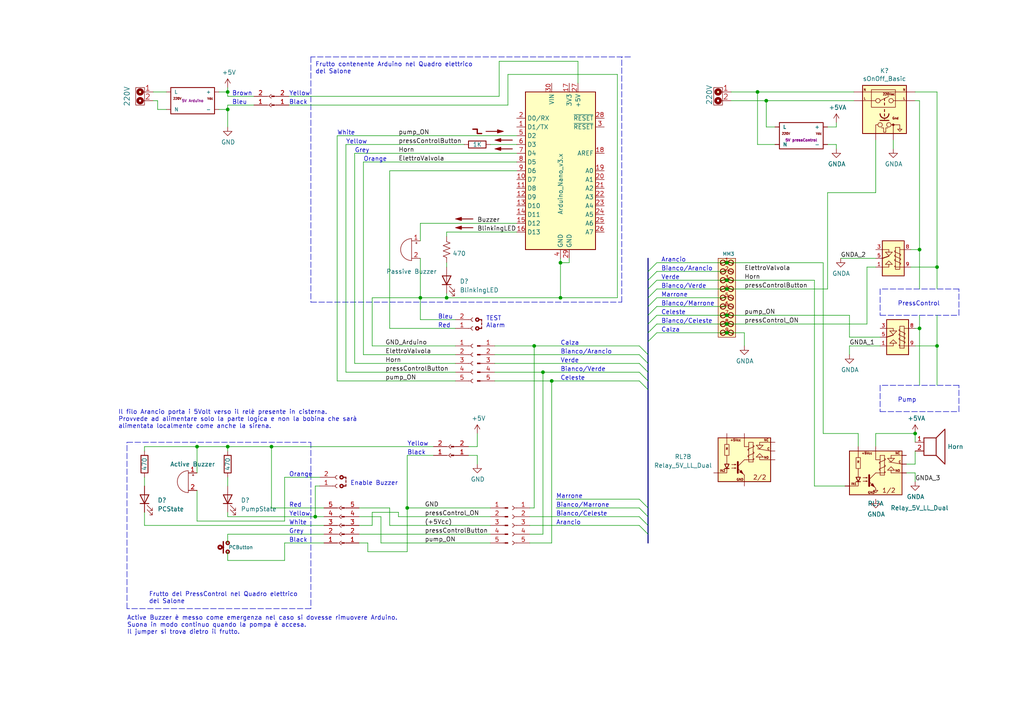
<source format=kicad_sch>
(kicad_sch (version 20211123) (generator eeschema)
  (paper "A4")
  (title_block (title "Allarme per pompa cisterna") (date "2020-02-16") (rev "1.1") (comment 2 "Esaurito un determinato tempo Arduino provvede direttamente a spegnere la pompa") (comment 3 "Il tutto prosegue fino a che la pompa si spegne") (comment 4 "Quando la pompa si accende Arduino provvede ad emettere dei suoni "))
  (lib_symbols
    (symbol "Connector:Conn_01x02_Female" (pin_names (offset 1.016) hide)
      (property "Reference" "J" (at 0 2.54 0))
      (property "Value" "Conn_01x02_Female" (at 0 -5.08 0))
      (symbol "Conn_01x02_Female_1_1"
        (pin passive line (at -5.08 0 0) (length 3.81) (name "Pin_1") (number "1"))
        (pin passive line (at -5.08 -2.54 0) (length 3.81) (name "Pin_2") (number "2"))
      )
    )
    (symbol "Connector:Conn_01x02_Male" (pin_names (offset 1.016) hide)
      (property "Reference" "J" (at 0 2.54 0))
      (property "Value" "Conn_01x02_Male" (at 0 -5.08 0))
      (symbol "Conn_01x02_Male_1_1"
        (pin passive line (at 5.08 0 180) (length 3.81) (name "Pin_1") (number "1"))
        (pin passive line (at 5.08 -2.54 180) (length 3.81) (name "Pin_2") (number "2"))
      )
    )
    (symbol "Connector:Conn_01x05_Female" (pin_names (offset 1.016) hide)
      (property "Reference" "J" (at 0 7.62 0))
      (property "Value" "Conn_01x05_Female" (at 0 -7.62 0))
      (symbol "Conn_01x05_Female_1_1"
        (pin passive line (at -5.08 5.08 0) (length 3.81) (name "Pin_1") (number "1"))
        (pin passive line (at -5.08 2.54 0) (length 3.81) (name "Pin_2") (number "2"))
        (pin passive line (at -5.08 0 0) (length 3.81) (name "Pin_3") (number "3"))
        (pin passive line (at -5.08 -2.54 0) (length 3.81) (name "Pin_4") (number "4"))
        (pin passive line (at -5.08 -5.08 0) (length 3.81) (name "Pin_5") (number "5"))
      )
    )
    (symbol "Connector:Conn_01x05_Male" (pin_names (offset 1.016) hide)
      (property "Reference" "J" (at 0 7.62 0))
      (property "Value" "Conn_01x05_Male" (at 0 -7.62 0))
      (symbol "Conn_01x05_Male_1_1"
        (pin passive line (at 5.08 5.08 180) (length 3.81) (name "Pin_1") (number "1"))
        (pin passive line (at 5.08 2.54 180) (length 3.81) (name "Pin_2") (number "2"))
        (pin passive line (at 5.08 0 180) (length 3.81) (name "Pin_3") (number "3"))
        (pin passive line (at 5.08 -2.54 180) (length 3.81) (name "Pin_4") (number "4"))
        (pin passive line (at 5.08 -5.08 180) (length 3.81) (name "Pin_5") (number "5"))
      )
    )
    (symbol "Device:Buzzer" (pin_names (offset 0.0254) hide)
      (property "Reference" "BZ" (at 3.81 1.27 0))
      (property "Value" "Buzzer" (at 3.81 -1.27 0))
      (symbol "Buzzer_1_1"
        (pin passive line (at -2.54 2.54 0) (length 2.54) (name "-") (number "1"))
        (pin passive line (at -2.54 -2.54 0) (length 2.54) (name "+") (number "2"))
      )
    )
    (symbol "Device:LED" (pin_numbers hide) (pin_names (offset 1.016) hide)
      (property "Reference" "D" (at 0 2.54 0))
      (property "Value" "LED" (at 0 -2.54 0))
      (symbol "LED_1_1"
        (pin passive line (at -3.81 0 0) (length 2.54) (name "K") (number "1"))
        (pin passive line (at 3.81 0 180) (length 2.54) (name "A") (number "2"))
      )
    )
    (symbol "Device:R" (pin_numbers hide) (pin_names (offset 0))
      (property "Reference" "R" (at 2.032 0 90))
      (property "Value" "R" (at 0 0 90))
      (symbol "R_1_1"
        (pin passive line (at 0 3.81 270) (length 1.27) (name "~") (number "1"))
        (pin passive line (at 0 -3.81 90) (length 1.27) (name "~") (number "2"))
      )
    )
    (symbol "Device:R_US" (pin_numbers hide) (pin_names (offset 0))
      (property "Reference" "R" (at 2.54 0 90))
      (property "Value" "R_US" (at -2.54 0 90))
      (symbol "R_US_1_1"
        (pin passive line (at 0 3.81 270) (length 1.27) (name "~") (number "1"))
        (pin passive line (at 0 -3.81 90) (length 1.27) (name "~") (number "2"))
      )
    )
    (symbol "Device:Speaker" (pin_names (offset 0) hide)
      (property "Reference" "LS" (at 1.27 5.715 0))
      (property "Value" "Speaker" (at 1.27 3.81 0))
      (symbol "Speaker_1_1"
        (pin input line (at -5.08 0 0) (length 2.54) (name "1") (number "1"))
        (pin input line (at -5.08 -2.54 0) (length 2.54) (name "2") (number "2"))
      )
    )
    (symbol "Graphic:SYM_Arrow_Normal" (pin_names (offset 1.016)))
    (symbol "LnConnectors:CONN_02" (pin_names (offset 0.762) hide)
      (property "Reference" "J" (at 0 8.89 0))
      (property "Value" "CONN_02" (at 0 5.08 0))
      (symbol "CONN_02_1_1"
        (pin passive line (at 3.81 6.35 180) (length 3.175) (name "1") (number "1"))
        (pin passive line (at 3.81 3.81 180) (length 3.175) (name "2") (number "2"))
      )
    )
    (symbol "LnConnectors:JUMPER" (pin_names (offset 0.762) hide)
      (symbol "JUMPER_1_1"
        (pin passive line (at -1.27 0 90) (length 0) hide (name "~") (number "1"))
        (pin passive line (at 1.27 0 90) (length 0) hide (name "~") (number "2"))
      )
    )
    (symbol "LnConnectors:Mammuth_09a" (pin_names (offset 0.762) hide)
      (property "Reference" "MM" (at 8.89 6.35 0))
      (property "Value" "Mammuth_09a" (at 10.16 5.08 0))
      (symbol "Mammuth_09a_1_1"
        (pin passive line (at 0 10.16 0) (length 0) (name "1") (number "1"))
        (pin passive line (at 0 7.62 0) (length 0) (name "2") (number "2"))
        (pin passive line (at 0 5.08 0) (length 0) (name "3") (number "3"))
        (pin passive line (at 0 2.54 0) (length 0) (name "4") (number "4"))
        (pin passive line (at 0 0 0) (length 0) (name "5") (number "5"))
        (pin passive line (at 0 -2.54 0) (length 0) (name "6") (number "6"))
        (pin passive line (at 0 -5.08 0) (length 0) (name "7") (number "7"))
        (pin passive line (at 0 -7.62 0) (length 0) (name "8") (number "8"))
        (pin passive line (at 0 -10.16 0) (length 0) (name "9") (number "9"))
      )
    )
    (symbol "LnDevice:Alimentatore" (pin_names (offset 1.016))
      (property "Reference" "Al" (at 0 1.905 0))
      (property "Value" "Alimentatore" (at 0 -2.54 0))
      (symbol "Alimentatore_0_0"
        (text "Vdc" (at 5.08 0.635 0) (effects (font (size 0.635 0.635))))
      )
      (symbol "Alimentatore_0_1"
        (pin power_out line (at 7.62 2.54 180) (length 1.27) (name "+") (number "~"))
        (pin power_out line (at 7.62 -2.54 180) (length 1.27) (name "-") (number "~"))
        (pin power_in line (at -7.62 2.54 0) (length 1.27) (name "L") (number "~"))
        (pin power_in line (at -7.62 -2.54 0) (length 1.27) (name "N") (number "~"))
      )
      (symbol "Alimentatore_1_0"
        (text "220V" (at -4.445 0.635 0) (effects (font (size 0.635 0.635))))
      )
    )
    (symbol "LnDevice:Edge" (pin_numbers hide) (pin_names (offset 0)))
    (symbol "LnDevice:PulsanteNO" (pin_numbers hide) (pin_names (offset 1.016) hide)
      (property "Reference" "SW" (at 3.81 2.794 0))
      (property "Value" "PulsanteNO" (at 0 -2.032 0))
      (symbol "PulsanteNO_0_1"
        (pin passive line (at -1.27 0 0) (length 0.0254) (name "1") (number "1"))
        (pin passive line (at 1.27 0 180) (length 0.0254) (name "2") (number "2"))
      )
    )
    (symbol "LnDevice:RELAY_1RT" (pin_names (offset 1.016) hide)
      (property "Reference" "K" (at -1.27 5.08 0))
      (property "Value" "RELAY_1RT" (at 0 -5.08 0))
      (symbol "RELAY_1RT_1_1"
        (pin passive line (at 5.08 -1.27 180) (length 1.905) (name "T1") (number "1"))
        (pin passive line (at 5.08 3.81 180) (length 1.905) (name "R1") (number "3"))
        (pin passive line (at 5.08 1.27 180) (length 1.905) (name "C1") (number "5"))
        (pin input line (at -5.08 3.81 0) (length 1.905) (name "8") (number "8"))
        (pin input line (at -5.08 -1.27 0) (length 1.905) (name "9") (number "9"))
      )
    )
    (symbol "LnDevice:Relay_5V_LL_Dual" (pin_names (offset 1.016))
      (property "Reference" "RL" (at 0 2.54 0))
      (property "Value" "Relay_5V_LL_Dual" (at -1.27 -7.62 0))
      (symbol "Relay_5V_LL_Dual_0_0"
        (text "+5Vcc" (at -2.54 5.715 0) (effects (font (size 0.635 0.635))))
        (text "GND" (at -1.27 -5.715 0) (effects (font (size 0.635 0.635))))
      )
      (symbol "Relay_5V_LL_Dual_0_1"
        (pin power_in line (at -5.08 7.62 270) (length 1.27) (name "~") (number "~"))
        (pin power_in line (at 0 7.62 270) (length 1.27) (name "~") (number "~"))
      )
      (symbol "Relay_5V_LL_Dual_1_0"
        (text "1/2" (at 3.81 -5.08 0) (effects (font (size 1.27 1.27))))
        (text "C" (at 6.985 3.175 0) (effects (font (size 0.635 0.635))))
        (text "IN1" (at -6.35 -3.175 0) (effects (font (size 0.635 0.635))))
        (text "NC" (at 6.35 5.715 0) (effects (font (size 0.635 0.635))))
        (text "NO" (at 6.35 0.635 0) (effects (font (size 0.635 0.635))))
        (text "R" (at -5.08 3.175 0) (effects (font (size 0.635 0.635))))
      )
      (symbol "Relay_5V_LL_Dual_1_1"
        (pin input line (at -8.89 -3.81 0) (length 1.27) (name "~") (number "~"))
        (pin passive line (at 8.89 0 180) (length 1.27) (name "~") (number "~"))
        (pin passive line (at 8.89 2.54 180) (length 1.27) (name "~") (number "~"))
        (pin passive line (at 8.89 5.08 180) (length 1.27) (name "~") (number "~"))
      )
      (symbol "Relay_5V_LL_Dual_2_0"
        (text "2/2" (at 4.445 -5.08 0) (effects (font (size 1.27 1.27))))
        (text "C" (at 6.985 3.175 0) (effects (font (size 0.635 0.635))))
        (text "IN2" (at -6.35 -3.175 0) (effects (font (size 0.635 0.635))))
        (text "NC" (at 6.35 5.715 0) (effects (font (size 0.635 0.635))))
        (text "NO" (at 6.35 0.635 0) (effects (font (size 0.635 0.635))))
        (text "R" (at -5.08 3.175 0) (effects (font (size 0.635 0.635))))
      )
      (symbol "Relay_5V_LL_Dual_2_1"
        (pin input line (at -8.89 -3.81 0) (length 1.27) (name "~") (number "~"))
        (pin power_in line (at 0 -7.62 90) (length 1.27) (name "~") (number "~"))
        (pin passive line (at 8.89 0 180) (length 1.27) (name "~") (number "~"))
        (pin passive line (at 8.89 2.54 180) (length 1.27) (name "~") (number "~"))
        (pin passive line (at 8.89 5.08 180) (length 1.27) (name "~") (number "~"))
      )
    )
    (symbol "LnDevice:sOnOff_Basic" (pin_names (offset 1.016))
      (property "Reference" "K" (at 3.175 -0.635 0))
      (property "Value" "sOnOff_Basic" (at -5.08 10.16 0))
      (symbol "sOnOff_Basic_0_0"
        (text "220Vac" (at 1.27 4.445 0) (effects (font (size 0.635 0.635))))
        (text "Gnd" (at 3.175 -2.54 0) (effects (font (size 0.635 0.635))))
        (text "L" (at -5.715 3.175 0) (effects (font (size 0.635 0.635))))
        (text "L" (at 5.715 3.175 0) (effects (font (size 0.635 0.635))))
        (text "N" (at -5.715 5.715 0) (effects (font (size 0.635 0.635))))
        (text "N" (at 5.715 5.715 0) (effects (font (size 0.635 0.635))))
      )
      (symbol "sOnOff_Basic_1_1"
        (pin power_in line (at -8.89 2.54 0) (length 2.54) (name "~") (number "~"))
        (pin power_in line (at -8.89 5.08 0) (length 2.54) (name "~") (number "~"))
        (pin passive line (at -2.54 -8.89 90) (length 1.905) (name "~") (number "~"))
        (pin passive line (at 2.54 -8.89 90) (length 1.905) (name "~") (number "~"))
        (pin power_out line (at 8.89 2.54 180) (length 2.54) (name "~") (number "~"))
        (pin power_out line (at 8.89 5.08 180) (length 2.54) (name "~") (number "~"))
      )
    )
    (symbol "MCU_Module:Arduino_Nano_v3.x"
      (property "Reference" "A" (at -10.16 23.495 0))
      (property "Value" "Arduino_Nano_v3.x" (at 5.08 -24.13 0))
      (symbol "Arduino_Nano_v3.x_1_1"
        (pin bidirectional line (at -12.7 12.7 0) (length 2.54) (name "D1/TX") (number "1"))
        (pin bidirectional line (at -12.7 -2.54 0) (length 2.54) (name "D7") (number "10"))
        (pin bidirectional line (at -12.7 -5.08 0) (length 2.54) (name "D8") (number "11"))
        (pin bidirectional line (at -12.7 -7.62 0) (length 2.54) (name "D9") (number "12"))
        (pin bidirectional line (at -12.7 -10.16 0) (length 2.54) (name "D10") (number "13"))
        (pin bidirectional line (at -12.7 -12.7 0) (length 2.54) (name "D11") (number "14"))
        (pin bidirectional line (at -12.7 -15.24 0) (length 2.54) (name "D12") (number "15"))
        (pin bidirectional line (at -12.7 -17.78 0) (length 2.54) (name "D13") (number "16"))
        (pin power_out line (at 2.54 25.4 270) (length 2.54) (name "3V3") (number "17"))
        (pin input line (at 12.7 5.08 180) (length 2.54) (name "AREF") (number "18"))
        (pin bidirectional line (at 12.7 0 180) (length 2.54) (name "A0") (number "19"))
        (pin bidirectional line (at -12.7 15.24 0) (length 2.54) (name "D0/RX") (number "2"))
        (pin bidirectional line (at 12.7 -2.54 180) (length 2.54) (name "A1") (number "20"))
        (pin bidirectional line (at 12.7 -5.08 180) (length 2.54) (name "A2") (number "21"))
        (pin bidirectional line (at 12.7 -7.62 180) (length 2.54) (name "A3") (number "22"))
        (pin bidirectional line (at 12.7 -10.16 180) (length 2.54) (name "A4") (number "23"))
        (pin bidirectional line (at 12.7 -12.7 180) (length 2.54) (name "A5") (number "24"))
        (pin bidirectional line (at 12.7 -15.24 180) (length 2.54) (name "A6") (number "25"))
        (pin bidirectional line (at 12.7 -17.78 180) (length 2.54) (name "A7") (number "26"))
        (pin power_out line (at 5.08 25.4 270) (length 2.54) (name "+5V") (number "27"))
        (pin input line (at 12.7 15.24 180) (length 2.54) (name "~{RESET}") (number "28"))
        (pin power_in line (at 2.54 -25.4 90) (length 2.54) (name "GND") (number "29"))
        (pin input line (at 12.7 12.7 180) (length 2.54) (name "~{RESET}") (number "3"))
        (pin power_in line (at -2.54 25.4 270) (length 2.54) (name "VIN") (number "30"))
        (pin power_in line (at 0 -25.4 90) (length 2.54) (name "GND") (number "4"))
        (pin bidirectional line (at -12.7 10.16 0) (length 2.54) (name "D2") (number "5"))
        (pin bidirectional line (at -12.7 7.62 0) (length 2.54) (name "D3") (number "6"))
        (pin bidirectional line (at -12.7 5.08 0) (length 2.54) (name "D4") (number "7"))
        (pin bidirectional line (at -12.7 2.54 0) (length 2.54) (name "D5") (number "8"))
        (pin bidirectional line (at -12.7 0 0) (length 2.54) (name "D6") (number "9"))
      )
    )
    (symbol "power:+5V" (power) (pin_names (offset 0))
      (property "Value" "+5V" (at 0 3.556 0))
      (symbol "+5V_1_1"
        (pin power_in line (at 0 0 90) (length 0) hide (name "+5V") (number "1"))
      )
    )
    (symbol "power:+5VA" (power) (pin_names (offset 0))
      (property "Value" "+5VA" (at 0 3.556 0))
      (symbol "+5VA_1_1"
        (pin power_in line (at 0 0 90) (length 0) hide (name "+5VA") (number "1"))
      )
    )
    (symbol "power:GND" (power) (pin_names (offset 0))
      (property "Value" "GND" (at 0 -3.81 0))
      (symbol "GND_1_1"
        (pin power_in line (at 0 0 270) (length 0) hide (name "GND") (number "1"))
      )
    )
    (symbol "power:GNDA" (power) (pin_names (offset 0))
      (property "Value" "GNDA" (at 0 -3.81 0))
      (symbol "GNDA_1_1"
        (pin power_in line (at 0 0 270) (length 0) hide (name "GNDA") (number "1"))
      )
    )
  )
  (junction (at 162.56 86.36))
  (junction (at 162.56 76.2))
  (junction (at 266.7 72.39))
  (junction (at 210.82 91.44))
  (junction (at 271.78 100.33))
  (junction (at 210.82 76.2))
  (junction (at 57.15 129.54))
  (junction (at 271.78 77.47))
  (junction (at 219.71 26.67))
  (junction (at 210.82 93.98))
  (junction (at 210.82 81.28))
  (junction (at 266.7 95.25))
  (junction (at 160.02 110.49))
  (junction (at 265.43 125.73))
  (junction (at 129.54 86.36))
  (junction (at 66.04 31.75))
  (junction (at 210.82 83.82))
  (junction (at 222.25 29.21))
  (junction (at 66.04 26.67))
  (junction (at 157.48 107.95))
  (junction (at 66.04 129.54))
  (junction (at 91.44 149.86))
  (junction (at 78.74 129.54))
  (junction (at 210.82 96.52))
  (junction (at 154.94 100.33))
  (junction (at 121.92 86.36))
  (junction (at 118.11 147.32))
  (bus_entry (at 185.42 107.95) (size 2.54 2.54))
  (bus_entry (at 185.42 100.33) (size 2.54 2.54))
  (bus_entry (at 187.96 81.28) (size 2.54 -2.54))
  (bus_entry (at 185.42 149.86) (size 2.54 2.54))
  (bus_entry (at 185.42 147.32) (size 2.54 2.54))
  (bus_entry (at 185.42 110.49) (size 2.54 2.54))
  (bus_entry (at 187.96 88.9) (size 2.54 -2.54))
  (bus_entry (at 185.42 102.87) (size 2.54 2.54))
  (bus_entry (at 187.96 86.36) (size 2.54 -2.54))
  (bus_entry (at 187.96 96.52) (size 2.54 -2.54))
  (bus_entry (at 187.96 99.06) (size 2.54 -2.54))
  (bus_entry (at 185.42 105.41) (size 2.54 2.54))
  (bus_entry (at 187.96 83.82) (size 2.54 -2.54))
  (bus_entry (at 187.96 93.98) (size 2.54 -2.54))
  (bus_entry (at 187.96 91.44) (size 2.54 -2.54))
  (bus_entry (at 187.96 78.74) (size 2.54 -2.54))
  (bus_entry (at 185.42 152.4) (size 2.54 2.54))
  (bus_entry (at 185.42 144.78) (size 2.54 2.54))
  (wire (pts (xy 66.04 162.56) (xy 82.55 162.56)))
  (polyline (pts (xy 278.13 91.44) (xy 278.13 83.82)))
  (wire (pts (xy 264.16 72.39) (xy 266.7 72.39)))
  (wire (pts (xy 266.7 29.21) (xy 266.7 72.39)))
  (wire (pts (xy 104.14 154.94) (xy 142.24 154.94)))
  (wire (pts (xy 149.86 49.53) (xy 113.03 49.53)))
  (wire (pts (xy 254 77.47) (xy 251.46 77.47)))
  (wire (pts (xy 66.04 148.59) (xy 66.04 149.86)))
  (wire (pts (xy 104.14 147.32) (xy 113.03 147.32)))
  (wire (pts (xy 236.22 140.97) (xy 245.11 140.97)))
  (wire (pts (xy 113.03 49.53) (xy 113.03 95.25)))
  (wire (pts (xy 162.56 76.2) (xy 162.56 86.36)))
  (wire (pts (xy 236.22 81.28) (xy 236.22 140.97)))
  (wire (pts (xy 118.11 147.32) (xy 118.11 160.02)))
  (wire (pts (xy 66.04 27.94) (xy 73.66 27.94)))
  (wire (pts (xy 102.87 44.45) (xy 102.87 105.41)))
  (wire (pts (xy 210.82 91.44) (xy 246.38 91.44)))
  (wire (pts (xy 190.5 93.98) (xy 210.82 93.98)))
  (wire (pts (xy 242.57 36.83) (xy 242.57 35.56)))
  (wire (pts (xy 219.71 26.67) (xy 247.65 26.67)))
  (wire (pts (xy 78.74 147.32) (xy 93.98 147.32)))
  (wire (pts (xy 41.91 148.59) (xy 41.91 152.4)))
  (wire (pts (xy 121.92 86.36) (xy 129.54 86.36)))
  (wire (pts (xy 82.55 151.13) (xy 82.55 138.43)))
  (wire (pts (xy 57.15 137.16) (xy 57.15 129.54)))
  (wire (pts (xy 190.5 78.74) (xy 210.82 78.74)))
  (wire (pts (xy 132.08 107.95) (xy 100.33 107.95)))
  (wire (pts (xy 248.92 125.73) (xy 248.92 129.54)))
  (wire (pts (xy 259.08 40.64) (xy 259.08 43.18)))
  (wire (pts (xy 91.44 149.86) (xy 91.44 140.97)))
  (wire (pts (xy 144.78 17.78) (xy 144.78 27.94)))
  (wire (pts (xy 210.82 81.28) (xy 236.22 81.28)))
  (polyline (pts (xy 36.83 128.27) (xy 90.17 128.27)))
  (wire (pts (xy 129.54 67.31) (xy 149.86 67.31)))
  (wire (pts (xy 63.5 26.67) (xy 66.04 26.67)))
  (wire (pts (xy 100.33 41.91) (xy 100.33 107.95)))
  (wire (pts (xy 105.41 46.99) (xy 149.86 46.99)))
  (wire (pts (xy 91.44 140.97) (xy 92.71 140.97)))
  (wire (pts (xy 121.92 92.71) (xy 132.08 92.71)))
  (polyline (pts (xy 255.27 83.82) (xy 255.27 91.44)))
  (wire (pts (xy 179.07 21.59) (xy 147.32 21.59)))
  (wire (pts (xy 143.51 105.41) (xy 185.42 105.41)))
  (wire (pts (xy 254 55.88) (xy 240.03 55.88)))
  (wire (pts (xy 251.46 77.47) (xy 251.46 93.98)))
  (wire (pts (xy 78.74 129.54) (xy 125.73 129.54)))
  (wire (pts (xy 110.49 157.48) (xy 142.24 157.48)))
  (wire (pts (xy 142.24 147.32) (xy 118.11 147.32)))
  (wire (pts (xy 44.45 29.21) (xy 45.72 29.21)))
  (wire (pts (xy 45.72 31.75) (xy 48.26 31.75)))
  (polyline (pts (xy 90.17 16.51) (xy 90.17 87.63)))
  (wire (pts (xy 129.54 68.58) (xy 129.54 67.31)))
  (wire (pts (xy 82.55 162.56) (xy 82.55 157.48)))
  (wire (pts (xy 264.16 77.47) (xy 271.78 77.47)))
  (polyline (pts (xy 90.17 87.63) (xy 180.34 87.63)))
  (wire (pts (xy 44.45 26.67) (xy 48.26 26.67)))
  (wire (pts (xy 240.03 36.83) (xy 242.57 36.83)))
  (bus (pts (xy 187.96 99.06) (xy 187.96 102.87)))
  (wire (pts (xy 154.94 100.33) (xy 185.42 100.33)))
  (wire (pts (xy 222.25 29.21) (xy 212.09 29.21)))
  (polyline (pts (xy 36.83 176.53) (xy 36.83 128.27)))
  (polyline (pts (xy 182.88 16.51) (xy 90.17 16.51)))
  (wire (pts (xy 66.04 31.75) (xy 66.04 30.48)))
  (wire (pts (xy 224.79 36.83) (xy 222.25 36.83)))
  (wire (pts (xy 190.5 76.2) (xy 210.82 76.2)))
  (wire (pts (xy 240.03 55.88) (xy 240.03 83.82)))
  (wire (pts (xy 265.43 130.81) (xy 265.43 134.62)))
  (wire (pts (xy 165.1 76.2) (xy 165.1 74.93)))
  (polyline (pts (xy 278.13 111.76) (xy 255.27 111.76)))
  (bus (pts (xy 187.96 149.86) (xy 187.96 152.4)))
  (wire (pts (xy 97.79 39.37) (xy 97.79 110.49)))
  (wire (pts (xy 147.32 21.59) (xy 147.32 30.48)))
  (wire (pts (xy 107.95 152.4) (xy 107.95 148.59)))
  (wire (pts (xy 143.51 100.33) (xy 154.94 100.33)))
  (bus (pts (xy 187.96 105.41) (xy 187.96 107.95)))
  (wire (pts (xy 212.09 26.67) (xy 219.71 26.67)))
  (wire (pts (xy 271.78 26.67) (xy 265.43 26.67)))
  (wire (pts (xy 83.82 27.94) (xy 144.78 27.94)))
  (wire (pts (xy 129.54 85.09) (xy 129.54 86.36)))
  (wire (pts (xy 113.03 95.25) (xy 132.08 95.25)))
  (wire (pts (xy 107.95 86.36) (xy 121.92 86.36)))
  (wire (pts (xy 157.48 154.94) (xy 153.67 154.94)))
  (bus (pts (xy 187.96 113.03) (xy 187.96 147.32)))
  (wire (pts (xy 82.55 138.43) (xy 92.71 138.43)))
  (polyline (pts (xy 255.27 119.38) (xy 278.13 119.38)))
  (wire (pts (xy 167.64 17.78) (xy 167.64 24.13)))
  (wire (pts (xy 107.95 86.36) (xy 107.95 100.33)))
  (wire (pts (xy 102.87 105.41) (xy 132.08 105.41)))
  (bus (pts (xy 187.96 154.94) (xy 187.96 157.48)))
  (wire (pts (xy 104.14 152.4) (xy 107.95 152.4)))
  (wire (pts (xy 240.03 83.82) (xy 210.82 83.82)))
  (bus (pts (xy 187.96 152.4) (xy 187.96 154.94)))
  (bus (pts (xy 187.96 74.93) (xy 187.96 78.74)))
  (polyline (pts (xy 278.13 119.38) (xy 278.13 111.76)))
  (wire (pts (xy 138.43 132.08) (xy 138.43 134.62)))
  (polyline (pts (xy 90.17 128.27) (xy 90.17 176.53)))
  (wire (pts (xy 157.48 107.95) (xy 157.48 154.94)))
  (bus (pts (xy 187.96 147.32) (xy 187.96 149.86)))
  (wire (pts (xy 247.65 29.21) (xy 222.25 29.21)))
  (wire (pts (xy 105.41 46.99) (xy 105.41 102.87)))
  (wire (pts (xy 154.94 100.33) (xy 154.94 147.32)))
  (wire (pts (xy 265.43 137.16) (xy 265.43 139.7)))
  (wire (pts (xy 113.03 152.4) (xy 142.24 152.4)))
  (wire (pts (xy 106.68 157.48) (xy 106.68 160.02)))
  (bus (pts (xy 187.96 78.74) (xy 187.96 81.28)))
  (wire (pts (xy 66.04 138.43) (xy 66.04 140.97)))
  (wire (pts (xy 82.55 157.48) (xy 93.98 157.48)))
  (wire (pts (xy 222.25 36.83) (xy 222.25 29.21)))
  (wire (pts (xy 129.54 76.2) (xy 129.54 77.47)))
  (wire (pts (xy 210.82 83.82) (xy 190.5 83.82)))
  (wire (pts (xy 153.67 149.86) (xy 185.42 149.86)))
  (wire (pts (xy 57.15 151.13) (xy 82.55 151.13)))
  (wire (pts (xy 242.57 41.91) (xy 242.57 43.18)))
  (wire (pts (xy 266.7 91.44) (xy 266.7 95.25)))
  (wire (pts (xy 154.94 147.32) (xy 153.67 147.32)))
  (wire (pts (xy 66.04 162.56) (xy 66.04 160.02)))
  (polyline (pts (xy 255.27 91.44) (xy 278.13 91.44)))
  (wire (pts (xy 271.78 91.44) (xy 271.78 100.33)))
  (wire (pts (xy 224.79 41.91) (xy 219.71 41.91)))
  (wire (pts (xy 138.43 129.54) (xy 138.43 125.73)))
  (wire (pts (xy 243.84 74.93) (xy 254 74.93)))
  (wire (pts (xy 210.82 96.52) (xy 215.9 96.52)))
  (wire (pts (xy 91.44 149.86) (xy 93.98 149.86)))
  (wire (pts (xy 254 40.64) (xy 254 55.88)))
  (wire (pts (xy 66.04 26.67) (xy 66.04 25.4)))
  (polyline (pts (xy 90.17 176.53) (xy 36.83 176.53)))
  (wire (pts (xy 57.15 151.13) (xy 57.15 142.24)))
  (bus (pts (xy 187.96 107.95) (xy 187.96 110.49)))
  (wire (pts (xy 266.7 29.21) (xy 265.43 29.21)))
  (wire (pts (xy 219.71 41.91) (xy 219.71 26.67)))
  (wire (pts (xy 106.68 160.02) (xy 118.11 160.02)))
  (bus (pts (xy 187.96 91.44) (xy 187.96 93.98)))
  (wire (pts (xy 162.56 76.2) (xy 165.1 76.2)))
  (wire (pts (xy 265.43 125.73) (xy 265.43 128.27)))
  (wire (pts (xy 66.04 149.86) (xy 91.44 149.86)))
  (wire (pts (xy 135.89 129.54) (xy 138.43 129.54)))
  (wire (pts (xy 121.92 69.85) (xy 121.92 64.77)))
  (wire (pts (xy 271.78 100.33) (xy 271.78 111.76)))
  (wire (pts (xy 41.91 152.4) (xy 93.98 152.4)))
  (wire (pts (xy 66.04 154.94) (xy 93.98 154.94)))
  (wire (pts (xy 41.91 129.54) (xy 41.91 130.81)))
  (bus (pts (xy 187.96 93.98) (xy 187.96 96.52)))
  (wire (pts (xy 66.04 154.94) (xy 66.04 157.48)))
  (wire (pts (xy 135.89 132.08) (xy 138.43 132.08)))
  (wire (pts (xy 190.5 91.44) (xy 210.82 91.44)))
  (wire (pts (xy 254 125.73) (xy 265.43 125.73)))
  (wire (pts (xy 45.72 29.21) (xy 45.72 31.75)))
  (wire (pts (xy 215.9 96.52) (xy 215.9 100.33)))
  (wire (pts (xy 266.7 95.25) (xy 266.7 111.76)))
  (wire (pts (xy 266.7 72.39) (xy 266.7 83.82)))
  (wire (pts (xy 190.5 86.36) (xy 210.82 86.36)))
  (wire (pts (xy 121.92 74.93) (xy 121.92 86.36)))
  (wire (pts (xy 115.57 149.86) (xy 142.24 149.86)))
  (wire (pts (xy 107.95 100.33) (xy 132.08 100.33)))
  (wire (pts (xy 271.78 26.67) (xy 271.78 77.47)))
  (wire (pts (xy 66.04 30.48) (xy 73.66 30.48)))
  (wire (pts (xy 240.03 41.91) (xy 242.57 41.91)))
  (wire (pts (xy 238.76 125.73) (xy 248.92 125.73)))
  (polyline (pts (xy 180.34 87.63) (xy 180.34 16.51)))
  (wire (pts (xy 129.54 86.36) (xy 162.56 86.36)))
  (wire (pts (xy 78.74 129.54) (xy 78.74 147.32)))
  (bus (pts (xy 187.96 83.82) (xy 187.96 86.36)))
  (wire (pts (xy 162.56 86.36) (xy 179.07 86.36)))
  (wire (pts (xy 118.11 132.08) (xy 125.73 132.08)))
  (wire (pts (xy 254 129.54) (xy 254 125.73)))
  (wire (pts (xy 265.43 134.62) (xy 262.89 134.62)))
  (wire (pts (xy 41.91 138.43) (xy 41.91 140.97)))
  (wire (pts (xy 100.33 41.91) (xy 134.62 41.91)))
  (wire (pts (xy 161.29 144.78) (xy 185.42 144.78)))
  (wire (pts (xy 265.43 100.33) (xy 271.78 100.33)))
  (wire (pts (xy 104.14 157.48) (xy 106.68 157.48)))
  (wire (pts (xy 143.51 110.49) (xy 160.02 110.49)))
  (wire (pts (xy 190.5 96.52) (xy 210.82 96.52)))
  (polyline (pts (xy 278.13 83.82) (xy 255.27 83.82)))
  (wire (pts (xy 210.82 93.98) (xy 251.46 93.98)))
  (wire (pts (xy 115.57 148.59) (xy 115.57 149.86)))
  (wire (pts (xy 160.02 157.48) (xy 153.67 157.48)))
  (wire (pts (xy 66.04 129.54) (xy 78.74 129.54)))
  (bus (pts (xy 187.96 88.9) (xy 187.96 91.44)))
  (wire (pts (xy 179.07 86.36) (xy 179.07 21.59)))
  (wire (pts (xy 97.79 39.37) (xy 149.86 39.37)))
  (bus (pts (xy 187.96 96.52) (xy 187.96 99.06)))
  (wire (pts (xy 265.43 137.16) (xy 262.89 137.16)))
  (bus (pts (xy 187.96 86.36) (xy 187.96 88.9)))
  (wire (pts (xy 238.76 76.2) (xy 238.76 125.73)))
  (wire (pts (xy 246.38 100.33) (xy 246.38 102.87)))
  (wire (pts (xy 107.95 148.59) (xy 115.57 148.59)))
  (wire (pts (xy 167.64 17.78) (xy 144.78 17.78)))
  (wire (pts (xy 118.11 132.08) (xy 118.11 147.32)))
  (wire (pts (xy 121.92 86.36) (xy 121.92 92.71)))
  (wire (pts (xy 265.43 95.25) (xy 266.7 95.25)))
  (bus (pts (xy 187.96 81.28) (xy 187.96 83.82)))
  (wire (pts (xy 210.82 76.2) (xy 238.76 76.2)))
  (wire (pts (xy 160.02 110.49) (xy 160.02 157.48)))
  (bus (pts (xy 187.96 102.87) (xy 187.96 105.41)))
  (wire (pts (xy 63.5 31.75) (xy 66.04 31.75)))
  (wire (pts (xy 190.5 81.28) (xy 210.82 81.28)))
  (wire (pts (xy 157.48 107.95) (xy 185.42 107.95)))
  (wire (pts (xy 143.51 107.95) (xy 157.48 107.95)))
  (wire (pts (xy 271.78 77.47) (xy 271.78 83.82)))
  (wire (pts (xy 66.04 31.75) (xy 66.04 36.83)))
  (wire (pts (xy 57.15 129.54) (xy 66.04 129.54)))
  (wire (pts (xy 255.27 100.33) (xy 246.38 100.33)))
  (wire (pts (xy 110.49 149.86) (xy 110.49 157.48)))
  (polyline (pts (xy 255.27 111.76) (xy 255.27 119.38)))
  (wire (pts (xy 66.04 129.54) (xy 66.04 130.81)))
  (wire (pts (xy 66.04 26.67) (xy 66.04 27.94)))
  (wire (pts (xy 104.14 149.86) (xy 110.49 149.86)))
  (wire (pts (xy 113.03 147.32) (xy 113.03 152.4)))
  (wire (pts (xy 246.38 91.44) (xy 246.38 97.79)))
  (bus (pts (xy 187.96 110.49) (xy 187.96 113.03)))
  (wire (pts (xy 132.08 110.49) (xy 97.79 110.49)))
  (wire (pts (xy 143.51 102.87) (xy 185.42 102.87)))
  (wire (pts (xy 160.02 110.49) (xy 185.42 110.49)))
  (wire (pts (xy 153.67 152.4) (xy 185.42 152.4)))
  (wire (pts (xy 246.38 97.79) (xy 255.27 97.79)))
  (wire (pts (xy 105.41 102.87) (xy 132.08 102.87)))
  (wire (pts (xy 161.29 147.32) (xy 185.42 147.32)))
  (wire (pts (xy 121.92 64.77) (xy 149.86 64.77)))
  (wire (pts (xy 162.56 74.93) (xy 162.56 76.2)))
  (wire (pts (xy 102.87 44.45) (xy 149.86 44.45)))
  (wire (pts (xy 210.82 88.9) (xy 190.5 88.9)))
  (wire (pts (xy 83.82 30.48) (xy 147.32 30.48)))
  (wire (pts (xy 142.24 41.91) (xy 149.86 41.91)))
  (wire (pts (xy 41.91 129.54) (xy 57.15 129.54)))
  (text "Bleu" (at 127 92.71 0) (effects (font (size 1.27 1.27)) (justify left bottom)))
  (text "Verde" (at 191.77 81.28 0) (effects (font (size 1.27 1.27)) (justify left bottom)))
  (text "Bianco/Celeste" (at 191.77 93.98 0) (effects (font (size 1.27 1.27)) (justify left bottom)))
  (text "Calza" (at 191.77 96.52 0) (effects (font (size 1.27 1.27)) (justify left bottom)))
  (text "Black" (at 83.82 30.48 0) (effects (font (size 1.27 1.27)) (justify left bottom)))
  (text "Red" (at 127 95.25 0) (effects (font (size 1.27 1.27)) (justify left bottom)))
  (text "Yellow" (at 100.33 41.91 0) (effects (font (size 1.27 1.27)) (justify left bottom)))
  (text "Frutto del PressControl nel Quadro elettrico \ndel Salone" (at 43.18 175.26 0) (effects (font (size 1.27 1.27)) (justify left bottom)))
  (text "Celeste" (at 191.77 91.44 0) (effects (font (size 1.27 1.27)) (justify left bottom)))
  (text "Bianco/Verde" (at 191.77 83.82 0) (effects (font (size 1.27 1.27)) (justify left bottom)))
  (text "Verde" (at 162.56 105.41 0) (effects (font (size 1.27 1.27)) (justify left bottom)))
  (text "White" (at 83.82 152.4 0) (effects (font (size 1.27 1.27)) (justify left bottom)))
  (text "Orange" (at 83.82 138.43 0) (effects (font (size 1.27 1.27)) (justify left bottom)))
  (text "PressControl" (at 260.35 88.9 0) (effects (font (size 1.27 1.27)) (justify left bottom)))
  (text "Marrone" (at 191.77 86.36 0) (effects (font (size 1.27 1.27)) (justify left bottom)))
  (text "Calza" (at 162.56 100.33 0) (effects (font (size 1.27 1.27)) (justify left bottom)))
  (text "Frutto contenente Arduino nel Quadro elettrico \ndel Salone" (at 91.44 21.59 0) (effects (font (size 1.27 1.27)) (justify left bottom)))
  (text "Brown" (at 67.31 27.94 0) (effects (font (size 1.27 1.27)) (justify left bottom)))
  (text "Bianco/Marrone" (at 161.29 147.32 0) (effects (font (size 1.27 1.27)) (justify left bottom)))
  (text "Il filo Arancio porta i 5Volt verso il relè presente in cisterna. \nProvvede ad alimentare solo la parte logica e non la bobina che sarà\nalimentata localmente come anche la sirena.\n" (at 34.29 124.46 0) (effects (font (size 1.27 1.27)) (justify left bottom)))
  (text "Orange" (at 105.41 46.99 0) (effects (font (size 1.27 1.27)) (justify left bottom)))
  (text "Grey" (at 102.87 44.45 0) (effects (font (size 1.27 1.27)) (justify left bottom)))
  (text "Enable Buzzer" (at 101.6 140.97 0) (effects (font (size 1.27 1.27)) (justify left bottom)))
  (text "Black" (at 118.11 132.08 0) (effects (font (size 1.27 1.27)) (justify left bottom)))
  (text "Red" (at 83.82 147.32 0) (effects (font (size 1.27 1.27)) (justify left bottom)))
  (text "Marrone" (at 161.29 144.78 0) (effects (font (size 1.27 1.27)) (justify left bottom)))
  (text "Bleu" (at 67.31 30.48 0) (effects (font (size 1.27 1.27)) (justify left bottom)))
  (text "Arancio" (at 161.29 152.4 0) (effects (font (size 1.27 1.27)) (justify left bottom)))
  (text "White" (at 97.79 39.37 0) (effects (font (size 1.27 1.27)) (justify left bottom)))
  (text "TEST\nAlarm" (at 140.97 95.25 0) (effects (font (size 1.27 1.27)) (justify left bottom)))
  (text "Bianco/Marrone" (at 191.77 88.9 0) (effects (font (size 1.27 1.27)) (justify left bottom)))
  (text "Active Buzzer è messo come emergenza nel caso si dovesse rimuovere Arduino.\nSuona in modo continuo quando la pompa è accesa.\nIl jumper si trova dietro il frutto." (at 36.83 184.15 0) (effects (font (size 1.27 1.27)) (justify left bottom)))
  (text "Yellow" (at 118.11 129.54 0) (effects (font (size 1.27 1.27)) (justify left bottom)))
  (text "Celeste" (at 162.56 110.49 0) (effects (font (size 1.27 1.27)) (justify left bottom)))
  (text "Bianco/Celeste" (at 161.29 149.86 0) (effects (font (size 1.27 1.27)) (justify left bottom)))
  (text "Yellow" (at 83.82 149.86 0) (effects (font (size 1.27 1.27)) (justify left bottom)))
  (text "Bianco/Verde" (at 162.56 107.95 0) (effects (font (size 1.27 1.27)) (justify left bottom)))
  (text "Black" (at 83.82 157.48 0) (effects (font (size 1.27 1.27)) (justify left bottom)))
  (text "Pump" (at 260.35 116.84 0) (effects (font (size 1.27 1.27)) (justify left bottom)))
  (text "Bianco/Arancio" (at 162.56 102.87 0) (effects (font (size 1.27 1.27)) (justify left bottom)))
  (text "Yellow" (at 83.82 27.94 0) (effects (font (size 1.27 1.27)) (justify left bottom)))
  (text "Arancio" (at 191.77 76.2 0) (effects (font (size 1.27 1.27)) (justify left bottom)))
  (text "Grey" (at 83.82 154.94 0) (effects (font (size 1.27 1.27)) (justify left bottom)))
  (text "Bianco/Arancio" (at 191.77 78.74 0) (effects (font (size 1.27 1.27)) (justify left bottom)))
  (label "Horn" (at 111.76 105.41 0))
  (label "GNDA_3" (at 265.43 139.7 0))
  (label "pump_ON" (at 111.76 110.49 0))
  (label "Buzzer" (at 138.43 64.77 0))
  (label "Horn" (at 215.9 81.28 0))
  (label "pressControlButton" (at 111.76 107.95 0))
  (label "pressControl_ON" (at 123.19 149.86 0))
  (label "(+5Vcc)" (at 123.19 152.4 0))
  (label "pump_ON" (at 215.9 91.44 0))
  (label "pressControlButton" (at 215.9 83.82 0))
  (label "pressControlButton" (at 123.19 154.94 0))
  (label "GND" (at 123.19 147.32 0))
  (label "BlinkingLED" (at 138.43 67.31 0))
  (label "GNDA_2" (at 243.84 74.93 0))
  (label "pressControlButton" (at 115.57 41.91 0))
  (label "GNDA_1" (at 246.38 100.33 0))
  (label "pump_ON" (at 115.57 39.37 0))
  (label "ElettroValvola" (at 215.9 78.74 0))
  (label "ElettroValvola" (at 111.76 102.87 0))
  (label "Horn" (at 115.57 44.45 0))
  (label "pump_ON" (at 123.19 157.48 0))
  (label "GND_Arduino" (at 111.76 100.33 0))
  (label "pressControl_ON" (at 215.9 93.98 0))
  (label "ElettroValvola" (at 115.57 46.99 0))
  (symbol (lib_id "MCU_Module:Arduino_Nano_v3.x") (at 162.56 49.53 0) (unit 1)
    (property "Reference" "A?" (effects hide))
    (property "Value" "Arduino_Nano_v3.x" (at 162.56 53.34 90))
    (property "Footprint" "Module:Arduino_Nano" (effects hide))
    (property "Datasheet" "http://www.mouser.com/pdfdocs/Gravitech_Arduino_Nano3_0.pdf" (effects hide))
  )
  (symbol (lib_id "Device:R_US") (at 129.54 72.39 0) (unit 1)
    (property "Reference" "R?" (effects hide))
    (property "Value" "470" (at 131.2672 73.533 0) (effects (justify left)))
  )
  (symbol (lib_id "Device:Buzzer") (at 119.38 72.39 0) (mirror y) (unit 1)
    (property "Reference" "BZ?" (effects hide))
    (property "Value" "Passive Buzzer" (at 119.38 78.74 0))
  )
  (symbol (lib_id "LnConnectors:CONN_02") (at 208.28 33.02 0) (unit 1)
    (property "Reference" "J?" (effects hide))
    (property "Value" "220V" (at 205.74 30.48 90) (effects (font (size 1.524 1.524)) (justify left)))
  )
  (symbol (lib_id "LnDevice:sOnOff_Basic") (at 256.54 31.75 0) (unit 1)
    (property "Reference" "K?" (at 256.54 20.5232 0))
    (property "Value" "sOnOff_Basic" (at 256.54 22.8346 0))
    (property "Footprint" "sOnOff" (effects hide))
    (property "Datasheet" "https://standexelectronics.com/wp-content/uploads/datasheet_reed_relay_DIP.pdf" (effects hide))
  )
  (symbol (lib_id "power:GNDA") (at 265.43 139.7 0) (unit 1)
    (property "Reference" "#PWR0104" (effects hide))
    (property "Value" "GNDA" (at 265.557 144.0942 0))
  )
  (symbol (lib_id "power:GND") (at 66.04 36.83 0) (unit 1)
    (property "Reference" "#PWR0101" (effects hide))
    (property "Value" "GND" (at 66.167 41.2242 0))
  )
  (symbol (lib_id "LnConnectors:CONN_02") (at 40.64 33.02 0) (unit 1)
    (property "Reference" "J?" (effects hide))
    (property "Value" "220V" (at 36.83 27.94 90) (effects (font (size 1.524 1.524))))
  )
  (symbol (lib_id "LnConnectors:Mammuth_09a") (at 210.82 86.36 0) (unit 1)
    (property "Reference" "MM3" (at 209.55 73.66 0) (effects (font (size 1.016 1.016)) (justify left)))
    (property "Value" "Mammuth_09a" (effects hide))
  )
  (symbol (lib_id "LnDevice:Alimentatore") (at 232.41 39.37 0) (unit 1)
    (property "Reference" "Al_5Vcc?" (effects hide))
    (property "Value" "Alimentatore" (effects hide))
    (property "Footprint" "5V pressControl" (at 232.41 40.64 0) (effects (font (size 0.762 0.762))))
  )
  (symbol (lib_id "Device:Speaker") (at 270.51 128.27 0) (unit 1)
    (property "Reference" "LS?" (effects hide))
    (property "Value" "Horn" (at 274.8026 129.54 0) (effects (justify left)))
  )
  (symbol (lib_id "Connector:Conn_01x05_Male") (at 99.06 152.4 0) (mirror x) (unit 1)
    (property "Reference" "J?" (effects hide))
    (property "Value" "Conn_01x05_Male" (effects hide))
  )
  (symbol (lib_id "Connector:Conn_01x05_Female") (at 99.06 152.4 0) (mirror x) (unit 1)
    (property "Reference" "J?" (effects hide))
    (property "Value" "Conn_01x05_Female" (effects hide))
  )
  (symbol (lib_id "power:+5VA") (at 242.57 35.56 0) (unit 1)
    (property "Reference" "#PWR0109" (effects hide))
    (property "Value" "+5VA" (at 242.951 31.1658 0))
  )
  (symbol (lib_id "power:GNDA") (at 242.57 43.18 0) (unit 1)
    (property "Reference" "#PWR0110" (effects hide))
    (property "Value" "GNDA" (at 242.697 47.5742 0))
  )
  (symbol (lib_id "LnDevice:RELAY_1RT") (at 260.35 99.06 0) (mirror y) (unit 1)
    (property "Reference" "K?" (effects hide))
    (property "Value" "RELAY_2RT" (effects hide))
  )
  (symbol (lib_id "LnDevice:PulsanteNO") (at 66.04 158.75 90) (unit 1)
    (property "Reference" "SW?" (effects hide))
    (property "Value" "PCButton" (at 69.85 158.75 90) (effects (font (size 1.016 1.016))))
  )
  (symbol (lib_id "Device:R") (at 138.43 41.91 270) (unit 1)
    (property "Reference" "R?" (effects hide))
    (property "Value" "1K" (at 138.43 41.91 90))
  )
  (symbol (lib_id "Device:R") (at 41.91 134.62 180) (unit 1)
    (property "Reference" "R?" (effects hide))
    (property "Value" "470" (at 41.91 134.62 90))
  )
  (symbol (lib_id "power:GNDA") (at 215.9 100.33 0) (unit 1)
    (property "Reference" "#PWR0111" (effects hide))
    (property "Value" "GNDA" (at 216.027 104.7242 0))
  )
  (symbol (lib_id "Device:R") (at 66.04 134.62 180) (unit 1)
    (property "Reference" "R?" (effects hide))
    (property "Value" "470" (at 66.04 134.62 90))
  )
  (symbol (lib_id "power:GNDA") (at 243.84 74.93 0) (unit 1)
    (property "Reference" "#PWR0112" (effects hide))
    (property "Value" "GNDA" (at 243.967 79.3242 0))
  )
  (symbol (lib_id "power:+5VA") (at 265.43 125.73 0) (unit 1)
    (property "Reference" "#PWR0105" (effects hide))
    (property "Value" "+5VA" (at 265.811 121.3358 0))
  )
  (symbol (lib_id "Graphic:SYM_Arrow_Normal") (at 143.51 38.1 0) (unit 1)
    (property "Reference" "#SYM?" (effects hide))
    (property "Value" "SYM_Arrow_Normal" (effects hide))
  )
  (symbol (lib_id "Graphic:SYM_Arrow_Normal") (at 146.05 40.64 0) (mirror y) (unit 1)
    (property "Reference" "#SYM?" (effects hide))
    (property "Value" "SYM_Arrow_Normal" (effects hide))
  )
  (symbol (lib_id "Graphic:SYM_Arrow_Normal") (at 146.05 43.18 0) (mirror y) (unit 1)
    (property "Reference" "#SYM?" (effects hide))
    (property "Value" "SYM_Arrow_Normal" (effects hide))
  )
  (symbol (lib_id "Graphic:SYM_Arrow_Normal") (at 134.62 63.5 0) (mirror y) (unit 1)
    (property "Reference" "#SYM?" (effects hide))
    (property "Value" "SYM_Arrow_Normal" (effects hide))
  )
  (symbol (lib_id "Graphic:SYM_Arrow_Normal") (at 134.62 66.04 0) (mirror y) (unit 1)
    (property "Reference" "#SYM?" (effects hide))
    (property "Value" "SYM_Arrow_Normal" (effects hide))
  )
  (symbol (lib_id "LnConnectors:JUMPER") (at 99.06 139.7 270) (unit 1)
    (property "Reference" "JP?" (effects hide))
    (property "Value" "JUMPER" (effects hide))
  )
  (symbol (lib_id "power:GNDA") (at 246.38 102.87 0) (unit 1)
    (property "Reference" "#PWR0106" (effects hide))
    (property "Value" "GNDA" (at 246.507 107.2642 0))
  )
  (symbol (lib_id "power:+5V") (at 66.04 25.4 0) (unit 1)
    (property "Reference" "#PWR0102" (effects hide))
    (property "Value" "+5V" (at 66.421 21.0058 0))
  )
  (symbol (lib_id "Connector:Conn_01x05_Female") (at 137.16 105.41 0) (unit 1)
    (property "Reference" "J?" (effects hide))
    (property "Value" "Conn_01x05_Male" (effects hide))
  )
  (symbol (lib_id "Connector:Conn_01x02_Female") (at 97.79 140.97 0) (mirror x) (unit 1)
    (property "Reference" "J?" (effects hide))
    (property "Value" "Conn_01x05_Male" (effects hide))
  )
  (symbol (lib_id "Device:Buzzer") (at 54.61 139.7 0) (mirror y) (unit 1)
    (property "Reference" "BZ?" (effects hide))
    (property "Value" "Active Buzzer" (at 55.88 134.62 0))
  )
  (symbol (lib_id "Connector:Conn_01x05_Male") (at 147.32 152.4 0) (mirror y) (unit 1)
    (property "Reference" "J?" (effects hide))
    (property "Value" "Conn_01x05_Male" (effects hide))
  )
  (symbol (lib_id "Connector:Conn_01x05_Female") (at 148.59 152.4 0) (mirror y) (unit 1)
    (property "Reference" "J?" (effects hide))
    (property "Value" "Conn_01x05_Male" (effects hide))
  )
  (symbol (lib_id "LnConnectors:JUMPER") (at 138.43 93.98 270) (unit 1)
    (property "Reference" "JP?" (effects hide))
    (property "Value" "JUMPER" (effects hide))
  )
  (symbol (lib_id "Connector:Conn_01x02_Female") (at 137.16 95.25 0) (mirror x) (unit 1)
    (property "Reference" "J?" (effects hide))
    (property "Value" "Conn_01x05_Male" (effects hide))
  )
  (symbol (lib_id "LnDevice:Alimentatore") (at 55.88 29.21 0) (unit 1)
    (property "Reference" "Al_5Vcc?" (effects hide))
    (property "Value" "Alimentatore" (effects hide))
    (property "Footprint" "5V Arduino" (at 55.88 29.21 0) (effects (font (size 0.762 0.762))))
  )
  (symbol (lib_id "Connector:Conn_01x05_Male") (at 138.43 105.41 0) (unit 1)
    (property "Reference" "J?" (effects hide))
    (property "Value" "Conn_01x05_Male" (effects hide))
  )
  (symbol (lib_id "Connector:Conn_01x02_Female") (at 78.74 30.48 0) (mirror x) (unit 1)
    (property "Reference" "J?" (effects hide))
    (property "Value" "Conn_01x05_Female" (effects hide))
  )
  (symbol (lib_id "LnDevice:RELAY_1RT") (at 259.08 76.2 0) (mirror y) (unit 1)
    (property "Reference" "K?" (effects hide))
    (property "Value" "RELAY_2RT" (effects hide))
  )
  (symbol (lib_id "Connector:Conn_01x02_Male") (at 78.74 30.48 0) (mirror x) (unit 1)
    (property "Reference" "J?" (effects hide))
    (property "Value" "Conn_01x05_Female" (effects hide))
  )
  (symbol (lib_id "LnDevice:Edge") (at 138.43 39.37 0) (unit 1)
    (property "Reference" "SW?" (effects hide))
    (property "Value" "Edge" (effects hide))
  )
  (symbol (lib_id "power:GNDA") (at 259.08 43.18 0) (unit 1)
    (property "Reference" "#PWR?" (effects hide))
    (property "Value" "GNDA" (at 259.207 47.5742 0))
  )
  (symbol (lib_id "power:GNDA") (at 254 144.78 0) (unit 1)
    (property "Reference" "#PWR?" (effects hide))
    (property "Value" "GNDA" (at 254.127 149.1742 0))
  )
  (symbol (lib_id "power:+5V") (at 138.43 125.73 0) (unit 1)
    (property "Reference" "#PWR?" (effects hide))
    (property "Value" "+5V" (at 138.811 121.3358 0))
  )
  (symbol (lib_id "Connector:Conn_01x02_Female") (at 130.81 132.08 0) (mirror x) (unit 1)
    (property "Reference" "J?" (effects hide))
    (property "Value" "Conn_01x05_Male" (effects hide))
  )
  (symbol (lib_id "Connector:Conn_01x02_Male") (at 130.81 132.08 0) (mirror x) (unit 1)
    (property "Reference" "J?" (effects hide))
    (property "Value" "Conn_01x05_Female" (effects hide))
  )
  (symbol (lib_id "power:GND") (at 138.43 134.62 0) (unit 1)
    (property "Reference" "#PWR?" (effects hide))
    (property "Value" "GND" (at 138.557 139.0142 0))
  )
  (symbol (lib_id "LnDevice:Relay_5V_LL_Dual") (at 254 137.16 0) (unit 1)
    (property "Reference" "RL?" (at 254 146.05 0))
    (property "Value" "Relay_5V_LL_Dual" (at 266.7 147.32 0))
  )
  (symbol (lib_id "Device:LED") (at 41.91 144.78 90) (unit 1)
    (property "Reference" "D?" (at 45.72 145.0974 90) (effects (justify right)))
    (property "Value" "PCState" (at 45.72 147.6374 90) (effects (justify right)))
  )
  (symbol (lib_id "LnDevice:Relay_5V_LL_Dual") (at 215.9 133.35 0) (unit 2)
    (property "Reference" "RL?" (at 198.12 132.461 0))
    (property "Value" "Relay_5V_LL_Dual" (at 198.12 135.001 0))
  )
  (symbol (lib_id "Device:LED") (at 66.04 144.78 90) (unit 1)
    (property "Reference" "D?" (at 69.85 145.0974 90) (effects (justify right)))
    (property "Value" "PumpState" (at 69.85 147.6374 90) (effects (justify right)))
  )
  (symbol (lib_id "Device:LED") (at 129.54 81.28 90) (unit 1)
    (property "Reference" "D?" (at 133.35 81.5974 90) (effects (justify right)))
    (property "Value" "BlinkingLED" (at 133.35 84.1374 90) (effects (justify right)))
  )
)
</source>
